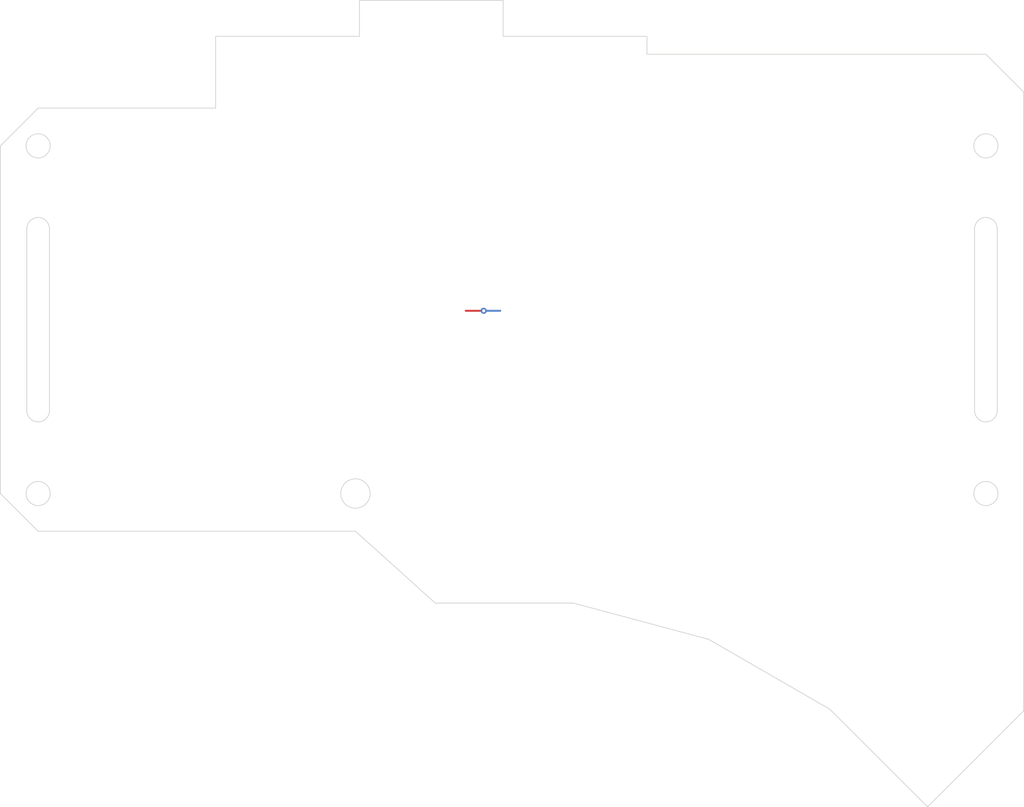
<source format=kicad_pcb>
(kicad_pcb (version 20210424) (generator pcbnew)

  (general
    (thickness 1.6)
  )

  (paper "A4")
  (layers
    (0 "F.Cu" signal)
    (31 "B.Cu" signal)
    (32 "B.Adhes" user "B.Adhesive")
    (33 "F.Adhes" user "F.Adhesive")
    (34 "B.Paste" user)
    (35 "F.Paste" user)
    (36 "B.SilkS" user "B.Silkscreen")
    (37 "F.SilkS" user "F.Silkscreen")
    (38 "B.Mask" user)
    (39 "F.Mask" user)
    (40 "Dwgs.User" user "User.Drawings")
    (41 "Cmts.User" user "User.Comments")
    (42 "Eco1.User" user "User.Eco1")
    (43 "Eco2.User" user "User.Eco2")
    (44 "Edge.Cuts" user)
    (45 "Margin" user)
    (46 "B.CrtYd" user "B.Courtyard")
    (47 "F.CrtYd" user "F.Courtyard")
    (48 "B.Fab" user)
    (49 "F.Fab" user)
    (50 "User.1" user)
    (51 "User.2" user)
    (52 "User.3" user)
    (53 "User.4" user)
    (54 "User.5" user)
    (55 "User.6" user)
    (56 "User.7" user)
    (57 "User.8" user)
    (58 "User.9" user)
  )

  (setup
    (pad_to_mask_clearance 0)
    (pcbplotparams
      (layerselection 0x00010fc_ffffffff)
      (disableapertmacros false)
      (usegerberextensions false)
      (usegerberattributes true)
      (usegerberadvancedattributes true)
      (creategerberjobfile true)
      (svguseinch false)
      (svgprecision 6)
      (excludeedgelayer true)
      (plotframeref false)
      (viasonmask false)
      (mode 1)
      (useauxorigin false)
      (hpglpennumber 1)
      (hpglpenspeed 20)
      (hpglpendiameter 15.000000)
      (dxfpolygonmode true)
      (dxfimperialunits true)
      (dxfusepcbnewfont true)
      (psnegative false)
      (psa4output false)
      (plotreference true)
      (plotvalue true)
      (plotinvisibletext false)
      (sketchpadsonfab false)
      (subtractmaskfromsilk false)
      (outputformat 1)
      (mirror false)
      (drillshape 0)
      (scaleselection 1)
      (outputdirectory "")
    )
  )

  (net 0 "")

  (gr_line (start 164.2 36.1513) (end 164.2 33.77) (layer "Edge.Cuts") (width 0.1) (tstamp 06314a63-8e54-4c43-b382-f045e80c250f))
  (gr_line (start 145.15 33.77) (end 145.15 29.008) (layer "Edge.Cuts") (width 0.1) (tstamp 154c23c2-f78d-4c3a-ac85-f783bc6bb423))
  (gr_line (start 126.1 29.008) (end 145.15 29.008) (layer "Edge.Cuts") (width 0.1) (tstamp 1811c0c0-41ca-4fc2-9aab-60b14fdefebf))
  (gr_line (start 78.52535 48.2951) (end 78.52535 94.3943) (layer "Edge.Cuts") (width 0.1) (tstamp 2cb25f26-9e7a-496f-8db5-620aacae978c))
  (gr_line (start 83.52535 43.2951) (end 78.52535 48.2951) (layer "Edge.Cuts") (width 0.1) (tstamp 2efed9ac-80c7-43db-9a93-0723612eb1a4))
  (gr_line (start 214.115477 123.213206) (end 201.387959 135.940943) (layer "Edge.Cuts") (width 0.1) (tstamp 37d43b54-0348-4e71-9df5-89a820786c85))
  (gr_line (start 210.615477 59.2943) (end 210.615477 83.3951) (layer "Edge.Cuts") (width 0.1) (tstamp 3a9ea4fb-9add-42d8-bd67-19ddbce91091))
  (gr_arc (start 83.52535 83.3951) (end 82.025349 83.3951) (angle -180) (layer "Edge.Cuts") (width 0.1) (tstamp 3ba2b230-a809-43d2-9eb2-0d7f530b3556))
  (gr_arc (start 209.115477 59.2943) (end 210.615477 59.2943) (angle -180) (layer "Edge.Cuts") (width 0.1) (tstamp 41541df3-f4ab-4c38-a8b8-7b39b077ca05))
  (gr_circle (center 83.52535 48.2951) (end 85.12535 48.2951) (layer "Edge.Cuts") (width 0.1) (fill none) (tstamp 51a096be-3137-4047-8874-7f609cc2b786))
  (gr_line (start 172.37208 113.724744) (end 154.442112 108.9195) (layer "Edge.Cuts") (width 0.1) (tstamp 52b71f89-1cba-4494-8f06-46000d567072))
  (gr_line (start 107.05 43.2951) (end 107.05 33.77) (layer "Edge.Cuts") (width 0.1) (tstamp 6be1a097-d0dc-4430-ab9a-439397015f0f))
  (gr_line (start 207.615477 59.2943) (end 207.615477 83.3951) (layer "Edge.Cuts") (width 0.1) (tstamp 6ceac6fd-bd1c-4c2c-8acf-2de51fd84912))
  (gr_line (start 107.05 43.2951) (end 83.52535 43.2951) (layer "Edge.Cuts") (width 0.1) (tstamp 716fbfe2-31ef-4889-adc4-0db0dca3c012))
  (gr_line (start 188.457277 123.010483) (end 172.37208 113.724744) (layer "Edge.Cuts") (width 0.1) (tstamp 7fde637c-e4bc-4742-9ad1-44cca72df86f))
  (gr_circle (center 209.115477 94.3943) (end 210.715477 94.3943) (layer "Edge.Cuts") (width 0.1) (fill none) (tstamp 8bfea822-e4f3-485e-b1b4-8d7ccc8911aa))
  (gr_line (start 214.115477 123.213206) (end 214.115477 41.1513) (layer "Edge.Cuts") (width 0.1) (tstamp 8eb0577f-426e-456c-ba5b-829bd5f5128b))
  (gr_circle (center 209.115477 48.2951) (end 210.715477 48.2951) (layer "Edge.Cuts") (width 0.1) (fill none) (tstamp 8f96db78-6381-47f6-9f9c-68027a08b716))
  (gr_line (start 164.2 33.77) (end 145.15 33.77) (layer "Edge.Cuts") (width 0.1) (tstamp 94aa369e-e76e-4d76-8781-5c6ee2f8a1ca))
  (gr_line (start 85.025349 59.2943) (end 85.025349 83.3951) (layer "Edge.Cuts") (width 0.1) (tstamp 98c44736-fc31-4f74-af05-9835062f57d9))
  (gr_line (start 82.02535 59.2943) (end 82.02535 83.3951) (layer "Edge.Cuts") (width 0.1) (tstamp 9d7a3bf1-126d-4058-a5f8-9d5c8c2b1c00))
  (gr_line (start 154.442112 108.9195) (end 136.15035 108.9195) (layer "Edge.Cuts") (width 0.1) (tstamp 9ff3c59c-4326-43df-aa55-5fc36d699371))
  (gr_line (start 107.05 33.77) (end 126.1 33.77) (layer "Edge.Cuts") (width 0.1) (tstamp a1e7c8f6-8211-444d-bff0-39ba4f6fe8d2))
  (gr_arc (start 209.115477 83.3951) (end 207.615477 83.3951) (angle -180) (layer "Edge.Cuts") (width 0.1) (tstamp ac187eb6-0b34-4762-9531-b110e23341e2))
  (gr_line (start 125.57465 99.3943) (end 136.15035 108.9195) (layer "Edge.Cuts") (width 0.1) (tstamp bd9a6799-7a6a-483c-b58b-d5d96c4bdd86))
  (gr_line (start 83.52535 99.3943) (end 125.57465 99.3943) (layer "Edge.Cuts") (width 0.1) (tstamp c423c95c-39eb-4f5f-90be-fca09a37bbe3))
  (gr_circle (center 83.52535 94.3943) (end 85.12535 94.3943) (layer "Edge.Cuts") (width 0.1) (fill none) (tstamp c4ee1e55-5ffd-4c93-b371-30b2d01f9236))
  (gr_line (start 209.115477 36.1513) (end 164.2 36.1513) (layer "Edge.Cuts") (width 0.1) (tstamp c5c63eac-9ed8-4a4b-b3b7-2fc4b4144625))
  (gr_line (start 214.115477 41.1513) (end 209.115477 36.1513) (layer "Edge.Cuts") (width 0.1) (tstamp c6aae753-31e3-410d-b7b0-dae90cb99b48))
  (gr_line (start 78.52535 94.3943) (end 83.52535 99.3943) (layer "Edge.Cuts") (width 0.1) (tstamp cc5c517d-0640-4a9e-8bd5-9cf4374cd110))
  (gr_arc (start 83.52535 59.2943) (end 85.02535 59.2943) (angle -180) (layer "Edge.Cuts") (width 0.1) (tstamp d6f6f709-a0ac-42d5-8b97-276d688a8214))
  (gr_line (start 201.387959 135.940943) (end 188.457277 123.010483) (layer "Edge.Cuts") (width 0.1) (tstamp ddeae7c4-f614-43c9-a77e-b26a3f9ae529))
  (gr_line (start 126.1 33.77) (end 126.1 29.008) (layer "Edge.Cuts") (width 0.1) (tstamp f24ba348-3ebb-4aef-9970-3f1142b89248))
  (gr_circle (center 125.57465 94.3943) (end 127.522976 94.3943) (layer "Edge.Cuts") (width 0.1) (fill none) (tstamp f9aae240-76ca-4e81-a1d2-21ed18f0af87))

  (segment (start 140.2 70.16) (end 142.57 70.16) (width 0.25) (layer "F.Cu") (net 0) (tstamp 687e396a-994f-447c-b0a0-3a6b0903c73b))
  (via (at 142.57 70.16) (size 0.8) (drill 0.4) (layers "F.Cu" "B.Cu") (net 0) (tstamp 5abb656a-5f13-429f-bf3d-b853cd16d188))
  (segment (start 142.57 70.16) (end 144.76 70.16) (width 0.25) (layer "B.Cu") (net 0) (tstamp d50ea392-ca3b-49f3-9506-00d3aa6b02f3))

  (group "" (id f3e3986a-9696-4586-9323-57fdfbeb7ef0)
    (members
      06314a63-8e54-4c43-b382-f045e80c250f
      154c23c2-f78d-4c3a-ac85-f783bc6bb423
      1811c0c0-41ca-4fc2-9aab-60b14fdefebf
      2cb25f26-9e7a-496f-8db5-620aacae978c
      2efed9ac-80c7-43db-9a93-0723612eb1a4
      37d43b54-0348-4e71-9df5-89a820786c85
      3a9ea4fb-9add-42d8-bd67-19ddbce91091
      3ba2b230-a809-43d2-9eb2-0d7f530b3556
      41541df3-f4ab-4c38-a8b8-7b39b077ca05
      51a096be-3137-4047-8874-7f609cc2b786
      52b71f89-1cba-4494-8f06-46000d567072
      6be1a097-d0dc-4430-ab9a-439397015f0f
      6ceac6fd-bd1c-4c2c-8acf-2de51fd84912
      716fbfe2-31ef-4889-adc4-0db0dca3c012
      7fde637c-e4bc-4742-9ad1-44cca72df86f
      8bfea822-e4f3-485e-b1b4-8d7ccc8911aa
      8eb0577f-426e-456c-ba5b-829bd5f5128b
      8f96db78-6381-47f6-9f9c-68027a08b716
      94aa369e-e76e-4d76-8781-5c6ee2f8a1ca
      98c44736-fc31-4f74-af05-9835062f57d9
      9d7a3bf1-126d-4058-a5f8-9d5c8c2b1c00
      9ff3c59c-4326-43df-aa55-5fc36d699371
      a1e7c8f6-8211-444d-bff0-39ba4f6fe8d2
      ac187eb6-0b34-4762-9531-b110e23341e2
      bd9a6799-7a6a-483c-b58b-d5d96c4bdd86
      c423c95c-39eb-4f5f-90be-fca09a37bbe3
      c4ee1e55-5ffd-4c93-b371-30b2d01f9236
      c5c63eac-9ed8-4a4b-b3b7-2fc4b4144625
      c6aae753-31e3-410d-b7b0-dae90cb99b48
      cc5c517d-0640-4a9e-8bd5-9cf4374cd110
      d6f6f709-a0ac-42d5-8b97-276d688a8214
      ddeae7c4-f614-43c9-a77e-b26a3f9ae529
      f24ba348-3ebb-4aef-9970-3f1142b89248
      f9aae240-76ca-4e81-a1d2-21ed18f0af87
    )
  )
)

</source>
